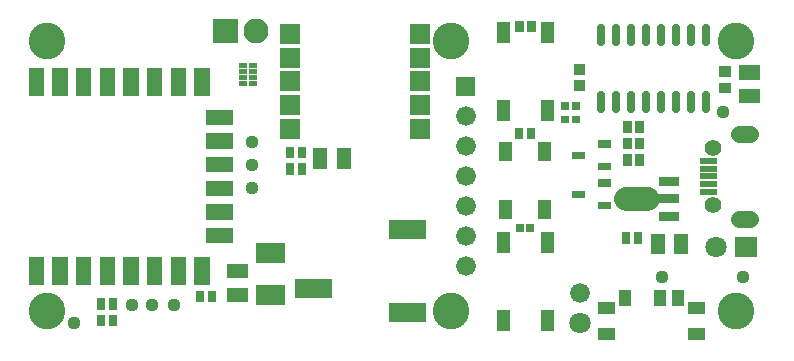
<source format=gts>
G04 Layer: TopSolderMaskLayer*
G04 EasyEDA v6.5.5, 2022-06-30 21:59:10*
G04 844943e940ba41f192d5fd3784e3f5d8,9c416354eb984020824aaf9c885bead6,10*
G04 Gerber Generator version 0.2*
G04 Scale: 100 percent, Rotated: No, Reflected: No *
G04 Dimensions in inches *
G04 leading zeros omitted , absolute positions ,3 integer and 6 decimal *
%FSLAX36Y36*%
%MOIN*%

%ADD52C,0.0260*%
%ADD53C,0.0552*%
%ADD60C,0.0660*%
%ADD61C,0.0709*%
%ADD66C,0.0828*%
%ADD77C,0.0640*%
%ADD78C,0.1221*%
%ADD80C,0.0440*%

%LPD*%
D52*
X1950000Y270237D02*
G01*
X1950000Y223582D01*
X2000000Y270237D02*
G01*
X2000000Y223582D01*
X2050000Y270237D02*
G01*
X2050000Y223582D01*
X2100000Y270237D02*
G01*
X2100000Y223582D01*
X2150000Y270237D02*
G01*
X2150000Y223582D01*
X2200000Y270237D02*
G01*
X2200000Y223582D01*
X2250000Y270237D02*
G01*
X2250000Y223582D01*
X2300000Y270237D02*
G01*
X2300000Y223582D01*
X1950000Y496417D02*
G01*
X1950000Y449762D01*
X2000000Y496417D02*
G01*
X2000000Y449762D01*
X2050000Y496417D02*
G01*
X2050000Y449762D01*
X2100000Y496417D02*
G01*
X2100000Y449762D01*
X2150000Y496417D02*
G01*
X2150000Y449762D01*
X2200000Y496417D02*
G01*
X2200000Y449762D01*
X2250000Y496417D02*
G01*
X2250000Y449762D01*
X2300000Y496417D02*
G01*
X2300000Y449762D01*
D53*
X2412173Y141729D02*
G01*
X2447606Y141729D01*
X2412173Y-141729D02*
G01*
X2447606Y-141729D01*
G36*
X1246400Y-484299D02*
G01*
X1246400Y-421300D01*
X1368500Y-421300D01*
X1368500Y-484299D01*
G37*
G36*
X931499Y-405599D02*
G01*
X931499Y-342500D01*
X1053599Y-342500D01*
X1053599Y-405599D01*
G37*
G36*
X1246400Y-208699D02*
G01*
X1246400Y-145700D01*
X1368500Y-145700D01*
X1368500Y-208699D01*
G37*
G36*
X601500Y-419800D02*
G01*
X601500Y-380300D01*
X629200Y-380300D01*
X629200Y-419800D01*
G37*
G36*
X640799Y-419800D02*
G01*
X640799Y-380300D01*
X668499Y-380300D01*
X668499Y-419800D01*
G37*
G36*
X1666499Y480199D02*
G01*
X1666499Y519699D01*
X1694200Y519699D01*
X1694200Y480199D01*
G37*
G36*
X1705799Y480199D02*
G01*
X1705799Y519699D01*
X1733500Y519699D01*
X1733500Y480199D01*
G37*
G36*
X901499Y5199D02*
G01*
X901499Y44699D01*
X929200Y44699D01*
X929200Y5199D01*
G37*
G36*
X940799Y5199D02*
G01*
X940799Y44699D01*
X968500Y44699D01*
X968500Y5199D01*
G37*
G36*
X2021499Y-224800D02*
G01*
X2021499Y-185300D01*
X2049200Y-185300D01*
X2049200Y-224800D01*
G37*
G36*
X2060799Y-224800D02*
G01*
X2060799Y-185300D01*
X2088500Y-185300D01*
X2088500Y-224800D01*
G37*
G36*
X2026499Y35199D02*
G01*
X2026499Y74699D01*
X2054200Y74699D01*
X2054200Y35199D01*
G37*
G36*
X2065799Y35199D02*
G01*
X2065799Y74699D01*
X2093500Y74699D01*
X2093500Y35199D01*
G37*
G36*
X705500Y-339299D02*
G01*
X705500Y-291900D01*
X774499Y-291900D01*
X774499Y-339299D01*
G37*
G36*
X705500Y-418099D02*
G01*
X705500Y-370700D01*
X774499Y-370700D01*
X774499Y-418099D01*
G37*
G36*
X1070699Y25500D02*
G01*
X1070699Y94499D01*
X1118100Y94499D01*
X1118100Y25500D01*
G37*
G36*
X991899Y25500D02*
G01*
X991899Y94499D01*
X1039300Y94499D01*
X1039300Y25500D01*
G37*
G36*
X2195699Y-259499D02*
G01*
X2195699Y-190500D01*
X2243100Y-190500D01*
X2243100Y-259499D01*
G37*
G36*
X2116899Y-259499D02*
G01*
X2116899Y-190500D01*
X2164300Y-190500D01*
X2164300Y-259499D01*
G37*
G36*
X2411499Y243899D02*
G01*
X2411499Y291300D01*
X2480500Y291300D01*
X2480500Y243899D01*
G37*
G36*
X2411499Y322699D02*
G01*
X2411499Y370100D01*
X2480500Y370100D01*
X2480500Y322699D01*
G37*
G36*
X801199Y-287600D02*
G01*
X801199Y-220300D01*
X898800Y-220300D01*
X898800Y-287600D01*
G37*
G36*
X801199Y-429699D02*
G01*
X801199Y-362399D01*
X898800Y-362399D01*
X898800Y-429699D01*
G37*
G36*
X1860299Y339800D02*
G01*
X1860299Y375300D01*
X1899700Y375300D01*
X1899700Y339800D01*
G37*
G36*
X1860299Y284699D02*
G01*
X1860299Y320199D01*
X1899700Y320199D01*
X1899700Y284699D01*
G37*
G36*
X2344300Y331799D02*
G01*
X2344300Y367300D01*
X2383699Y367300D01*
X2383699Y331799D01*
G37*
G36*
X2344300Y276700D02*
G01*
X2344300Y312199D01*
X2383699Y312199D01*
X2383699Y276700D01*
G37*
G36*
X1665500Y123299D02*
G01*
X1665500Y162699D01*
X1693199Y162699D01*
X1693199Y123299D01*
G37*
G36*
X1704799Y123299D02*
G01*
X1704799Y162699D01*
X1732500Y162699D01*
X1732500Y123299D01*
G37*
G36*
X2026499Y145300D02*
G01*
X2026499Y184699D01*
X2054200Y184699D01*
X2054200Y145300D01*
G37*
G36*
X2065799Y145300D02*
G01*
X2065799Y184699D01*
X2093500Y184699D01*
X2093500Y145300D01*
G37*
G36*
X271500Y-499699D02*
G01*
X271500Y-460300D01*
X299200Y-460300D01*
X299200Y-499699D01*
G37*
G36*
X310799Y-499699D02*
G01*
X310799Y-460300D01*
X338499Y-460300D01*
X338499Y-499699D01*
G37*
G36*
X271500Y-444699D02*
G01*
X271500Y-405300D01*
X299200Y-405300D01*
X299200Y-444699D01*
G37*
G36*
X310799Y-444699D02*
G01*
X310799Y-405300D01*
X338499Y-405300D01*
X338499Y-444699D01*
G37*
D60*
G01*
X1880000Y-390000D03*
D61*
G01*
X1880000Y-490000D03*
D60*
G01*
X1500000Y-200000D03*
G01*
X1500000Y-100000D03*
G01*
X1500000Y0D03*
G01*
X1500000Y100000D03*
G01*
X1500000Y200000D03*
G36*
X1466999Y266999D02*
G01*
X1466999Y333000D01*
X1533000Y333000D01*
X1533000Y266999D01*
G37*
G01*
X1500000Y-300000D03*
G36*
X44299Y269699D02*
G01*
X44299Y360199D01*
X95500Y360199D01*
X95500Y269699D01*
G37*
G36*
X123000Y269699D02*
G01*
X123000Y360199D01*
X174200Y360199D01*
X174200Y269699D01*
G37*
G36*
X201799Y269699D02*
G01*
X201799Y360199D01*
X253000Y360199D01*
X253000Y269699D01*
G37*
G36*
X280500Y269699D02*
G01*
X280500Y360199D01*
X331700Y360199D01*
X331700Y269699D01*
G37*
G36*
X359200Y269699D02*
G01*
X359200Y360199D01*
X410399Y360199D01*
X410399Y269699D01*
G37*
G36*
X438000Y269699D02*
G01*
X438000Y360199D01*
X489200Y360199D01*
X489200Y269699D01*
G37*
G36*
X516700Y269699D02*
G01*
X516700Y360199D01*
X567899Y360199D01*
X567899Y269699D01*
G37*
G36*
X595500Y269699D02*
G01*
X595500Y360199D01*
X646700Y360199D01*
X646700Y269699D01*
G37*
G36*
X634800Y171300D02*
G01*
X634800Y222399D01*
X725399Y222399D01*
X725399Y171300D01*
G37*
G36*
X634800Y92500D02*
G01*
X634800Y143699D01*
X725399Y143699D01*
X725399Y92500D01*
G37*
G36*
X634800Y13800D02*
G01*
X634800Y65000D01*
X725399Y65000D01*
X725399Y13800D01*
G37*
G36*
X634800Y-65000D02*
G01*
X634800Y-13800D01*
X725399Y-13800D01*
X725399Y-65000D01*
G37*
G36*
X634800Y-143699D02*
G01*
X634800Y-92500D01*
X725399Y-92500D01*
X725399Y-143699D01*
G37*
G36*
X634800Y-222399D02*
G01*
X634800Y-171300D01*
X725399Y-171300D01*
X725399Y-222399D01*
G37*
G36*
X595500Y-360199D02*
G01*
X595500Y-269699D01*
X646700Y-269699D01*
X646700Y-360199D01*
G37*
G36*
X516700Y-360199D02*
G01*
X516700Y-269699D01*
X567899Y-269699D01*
X567899Y-360199D01*
G37*
G36*
X438000Y-360199D02*
G01*
X438000Y-269699D01*
X489200Y-269699D01*
X489200Y-360199D01*
G37*
G36*
X359200Y-360199D02*
G01*
X359200Y-269699D01*
X410399Y-269699D01*
X410399Y-360199D01*
G37*
G36*
X280500Y-360199D02*
G01*
X280500Y-269699D01*
X331700Y-269699D01*
X331700Y-360199D01*
G37*
G36*
X201799Y-360199D02*
G01*
X201799Y-269699D01*
X253000Y-269699D01*
X253000Y-360199D01*
G37*
G36*
X123000Y-360199D02*
G01*
X123000Y-269699D01*
X174200Y-269699D01*
X174200Y-360199D01*
G37*
G36*
X44299Y-360199D02*
G01*
X44299Y-269699D01*
X95500Y-269699D01*
X95500Y-360199D01*
G37*
G36*
X658600Y443600D02*
G01*
X658600Y526399D01*
X741399Y526399D01*
X741399Y443600D01*
G37*
D66*
G01*
X800000Y485000D03*
G36*
X1940900Y20100D02*
G01*
X1940900Y45100D01*
X1985799Y45100D01*
X1985799Y20100D01*
G37*
G36*
X1940900Y94899D02*
G01*
X1940900Y119899D01*
X1985799Y119899D01*
X1985799Y94899D01*
G37*
G36*
X1854200Y57500D02*
G01*
X1854200Y82500D01*
X1899099Y82500D01*
X1899099Y57500D01*
G37*
G36*
X1940900Y-109899D02*
G01*
X1940900Y-84899D01*
X1985799Y-84899D01*
X1985799Y-109899D01*
G37*
G36*
X1940900Y-35100D02*
G01*
X1940900Y-10100D01*
X1985799Y-10100D01*
X1985799Y-35100D01*
G37*
G36*
X1854200Y-72500D02*
G01*
X1854200Y-47500D01*
X1899099Y-47500D01*
X1899099Y-72500D01*
G37*
G36*
X1819799Y177399D02*
G01*
X1819799Y202600D01*
X1846099Y202600D01*
X1846099Y177399D01*
G37*
G36*
X1853900Y177399D02*
G01*
X1853900Y202600D01*
X1880200Y202600D01*
X1880200Y177399D01*
G37*
G36*
X1819799Y222399D02*
G01*
X1819799Y247600D01*
X1846099Y247600D01*
X1846099Y222399D01*
G37*
G36*
X1853900Y222399D02*
G01*
X1853900Y247600D01*
X1880200Y247600D01*
X1880200Y222399D01*
G37*
G36*
X1668400Y-185199D02*
G01*
X1668400Y-159899D01*
X1694600Y-159899D01*
X1694600Y-185199D01*
G37*
G36*
X1702399Y-185199D02*
G01*
X1702399Y-159899D01*
X1728699Y-159899D01*
X1728699Y-185199D01*
G37*
G36*
X2012100Y-432199D02*
G01*
X2012100Y-376999D01*
X2051499Y-376999D01*
X2051499Y-432199D01*
G37*
G36*
X2129799Y-432199D02*
G01*
X2129799Y-376999D01*
X2169200Y-376999D01*
X2169200Y-432199D01*
G37*
G36*
X2188900Y-432199D02*
G01*
X2188900Y-376999D01*
X2228299Y-376999D01*
X2228299Y-432199D01*
G37*
G36*
X2241999Y-545100D02*
G01*
X2241999Y-505700D01*
X2297200Y-505700D01*
X2297200Y-545100D01*
G37*
G36*
X2241999Y-458499D02*
G01*
X2241999Y-419099D01*
X2297200Y-419099D01*
X2297200Y-458499D01*
G37*
G36*
X1942799Y-545100D02*
G01*
X1942799Y-505700D01*
X1998000Y-505700D01*
X1998000Y-545100D01*
G37*
G36*
X1942799Y-458499D02*
G01*
X1942799Y-419099D01*
X1998000Y-419099D01*
X1998000Y-458499D01*
G37*
G36*
X1751099Y444499D02*
G01*
X1751099Y515399D01*
X1794499Y515399D01*
X1794499Y444499D01*
G37*
G36*
X1751199Y184600D02*
G01*
X1751199Y255500D01*
X1794499Y255500D01*
X1794499Y184600D01*
G37*
G36*
X1605500Y444499D02*
G01*
X1605500Y515399D01*
X1648800Y515399D01*
X1648800Y444499D01*
G37*
G36*
X1605500Y184600D02*
G01*
X1605500Y255500D01*
X1648800Y255500D01*
X1648800Y184600D01*
G37*
G36*
X1605500Y-515399D02*
G01*
X1605500Y-444499D01*
X1648900Y-444499D01*
X1648900Y-515399D01*
G37*
G36*
X1605500Y-255500D02*
G01*
X1605500Y-184600D01*
X1648800Y-184600D01*
X1648800Y-255500D01*
G37*
G36*
X1751199Y-515399D02*
G01*
X1751199Y-444499D01*
X1794499Y-444499D01*
X1794499Y-515399D01*
G37*
G36*
X1751199Y-255500D02*
G01*
X1751199Y-184600D01*
X1794499Y-184600D01*
X1794499Y-255500D01*
G37*
G36*
X2033299Y-114000D02*
G01*
X2031400Y-113899D01*
X2027799Y-113299D01*
X2024200Y-112500D01*
X2022399Y-111900D01*
X2020699Y-111300D01*
X2018999Y-110599D01*
X2017299Y-109800D01*
X2014099Y-108000D01*
X2009600Y-104699D01*
X2008299Y-103499D01*
X2006899Y-102199D01*
X2004499Y-99400D01*
X2002299Y-96399D01*
X2001300Y-94899D01*
X2000399Y-93299D01*
X1998800Y-89899D01*
X1998100Y-88200D01*
X1997600Y-86500D01*
X1996999Y-84699D01*
X1996599Y-82899D01*
X1996000Y-79299D01*
X1995799Y-77399D01*
X1995699Y-75599D01*
X1995699Y-73699D01*
X1995799Y-71900D01*
X1996000Y-70000D01*
X1996599Y-66399D01*
X1996999Y-64600D01*
X1997600Y-62800D01*
X1998100Y-61100D01*
X1998800Y-59400D01*
X2000399Y-55999D01*
X2001300Y-54400D01*
X2002299Y-52899D01*
X2004499Y-49899D01*
X2006899Y-47100D01*
X2008299Y-45900D01*
X2009600Y-44600D01*
X2012600Y-42399D01*
X2014099Y-41399D01*
X2015699Y-40399D01*
X2017299Y-39499D01*
X2018999Y-38699D01*
X2020699Y-38000D01*
X2022399Y-37399D01*
X2024200Y-36799D01*
X2027799Y-35999D01*
X2029600Y-35700D01*
X2031400Y-35500D01*
X2033299Y-35300D01*
X2110000Y-35300D01*
X2113599Y-35700D01*
X2115500Y-35999D01*
X2117299Y-36399D01*
X2118999Y-36799D01*
X2120799Y-37399D01*
X2122500Y-38000D01*
X2124200Y-38699D01*
X2125900Y-39499D01*
X2127500Y-40399D01*
X2129099Y-41399D01*
X2130600Y-42399D01*
X2133599Y-44600D01*
X2135000Y-45900D01*
X2136300Y-47100D01*
X2138699Y-49899D01*
X2139899Y-51399D01*
X2141899Y-54400D01*
X2142799Y-55999D01*
X2143699Y-57899D01*
X2144099Y-59699D01*
X2211400Y-59699D01*
X2211400Y-89600D01*
X2144099Y-89600D01*
X2143699Y-91399D01*
X2142799Y-93299D01*
X2141899Y-94899D01*
X2139899Y-97899D01*
X2138699Y-99400D01*
X2136300Y-102199D01*
X2135000Y-103499D01*
X2133599Y-104699D01*
X2129099Y-108000D01*
X2125900Y-109800D01*
X2124200Y-110599D01*
X2122500Y-111300D01*
X2120799Y-111900D01*
X2118999Y-112500D01*
X2117299Y-112899D01*
X2115500Y-113299D01*
X2113599Y-113600D01*
X2111800Y-113899D01*
X2110000Y-114000D01*
G37*
G36*
X2145399Y-31199D02*
G01*
X2145399Y-700D01*
X2211400Y-700D01*
X2211400Y-31199D01*
G37*
G36*
X2145399Y-149299D02*
G01*
X2145399Y-118800D01*
X2211400Y-118800D01*
X2211400Y-149299D01*
G37*
G36*
X2280500Y41300D02*
G01*
X2280500Y61100D01*
X2339700Y61100D01*
X2339700Y41300D01*
G37*
G36*
X2280500Y15700D02*
G01*
X2280500Y35500D01*
X2339700Y35500D01*
X2339700Y15700D01*
G37*
G36*
X2280500Y-9899D02*
G01*
X2280500Y9899D01*
X2339700Y9899D01*
X2339700Y-9899D01*
G37*
G36*
X2280500Y-35500D02*
G01*
X2280500Y-15700D01*
X2339700Y-15700D01*
X2339700Y-35500D01*
G37*
G36*
X2280500Y-61100D02*
G01*
X2280500Y-41300D01*
X2339700Y-41300D01*
X2339700Y-61100D01*
G37*
D53*
G01*
X2324769Y-95470D03*
G01*
X2324769Y95470D03*
G36*
X1611899Y-140500D02*
G01*
X1611899Y-77500D01*
X1655200Y-77500D01*
X1655200Y-140500D01*
G37*
G36*
X1741899Y-140500D02*
G01*
X1741899Y-77500D01*
X1785200Y-77500D01*
X1785200Y-140500D01*
G37*
G36*
X1741899Y52399D02*
G01*
X1741899Y115500D01*
X1785200Y115500D01*
X1785200Y52399D01*
G37*
G36*
X1611899Y52399D02*
G01*
X1611899Y115500D01*
X1655200Y115500D01*
X1655200Y52399D01*
G37*
G36*
X2026499Y90300D02*
G01*
X2026499Y129699D01*
X2054200Y129699D01*
X2054200Y90300D01*
G37*
G36*
X2065799Y90300D02*
G01*
X2065799Y129699D01*
X2093500Y129699D01*
X2093500Y90300D01*
G37*
G36*
X746199Y302600D02*
G01*
X746199Y318400D01*
X770100Y318400D01*
X770100Y302600D01*
G37*
G36*
X746199Y322300D02*
G01*
X746199Y338099D01*
X770100Y338099D01*
X770100Y322300D01*
G37*
G36*
X746199Y341900D02*
G01*
X746199Y357699D01*
X770100Y357699D01*
X770100Y341900D01*
G37*
G36*
X746199Y361599D02*
G01*
X746199Y377399D01*
X770100Y377399D01*
X770100Y361599D01*
G37*
G36*
X779899Y302600D02*
G01*
X779899Y318400D01*
X803800Y318400D01*
X803800Y302600D01*
G37*
G36*
X779899Y322300D02*
G01*
X779899Y338099D01*
X803800Y338099D01*
X803800Y322300D01*
G37*
G36*
X779899Y341900D02*
G01*
X779899Y357699D01*
X803800Y357699D01*
X803800Y341900D01*
G37*
G36*
X779899Y361599D02*
G01*
X779899Y377399D01*
X803800Y377399D01*
X803800Y361599D01*
G37*
G36*
X1468000Y268000D02*
G01*
X1468000Y331999D01*
X1531999Y331999D01*
X1531999Y268000D01*
G37*
D77*
G01*
X1500000Y200000D03*
G01*
X1500000Y100000D03*
G01*
X1500000Y0D03*
G01*
X1500000Y-100000D03*
G01*
X1500000Y-200000D03*
G01*
X1500000Y-300000D03*
D78*
G01*
X1451570Y450000D03*
G01*
X1451570Y-450000D03*
G01*
X104329Y450000D03*
G01*
X104329Y-450000D03*
G36*
X2399499Y-268000D02*
G01*
X2399499Y-201999D01*
X2470500Y-201999D01*
X2470500Y-268000D01*
G37*
D61*
G01*
X2335000Y-235000D03*
G36*
X901499Y60199D02*
G01*
X901499Y99699D01*
X929200Y99699D01*
X929200Y60199D01*
G37*
G36*
X940799Y60199D02*
G01*
X940799Y99699D01*
X968500Y99699D01*
X968500Y60199D01*
G37*
D80*
G01*
X2358000Y214000D03*
G01*
X2156000Y-335999D03*
G01*
X2426000Y-334000D03*
G01*
X788000Y115999D03*
G01*
X788000Y-38000D03*
G01*
X788000Y38000D03*
G01*
X455999Y-428000D03*
G01*
X528000Y-428000D03*
G01*
X388000Y-428000D03*
G01*
X194000Y-490000D03*
G36*
X882299Y440700D02*
G01*
X882299Y507699D01*
X949300Y507699D01*
X949300Y440700D01*
G37*
G36*
X882299Y361999D02*
G01*
X882299Y429000D01*
X949300Y429000D01*
X949300Y361999D01*
G37*
G36*
X882299Y283200D02*
G01*
X882299Y350199D01*
X949300Y350199D01*
X949300Y283200D01*
G37*
G36*
X882299Y204499D02*
G01*
X882299Y271500D01*
X949300Y271500D01*
X949300Y204499D01*
G37*
G36*
X882299Y125799D02*
G01*
X882299Y192800D01*
X949300Y192800D01*
X949300Y125799D01*
G37*
G36*
X1315399Y125799D02*
G01*
X1315399Y192800D01*
X1382399Y192800D01*
X1382399Y125799D01*
G37*
G36*
X1315399Y204499D02*
G01*
X1315399Y271500D01*
X1382399Y271500D01*
X1382399Y204499D01*
G37*
G36*
X1315399Y283200D02*
G01*
X1315399Y350199D01*
X1382399Y350199D01*
X1382399Y283200D01*
G37*
G36*
X1315399Y361999D02*
G01*
X1315399Y429000D01*
X1382399Y429000D01*
X1382399Y361999D01*
G37*
G36*
X1315399Y440700D02*
G01*
X1315399Y507699D01*
X1382399Y507699D01*
X1382399Y440700D01*
G37*
D78*
G01*
X2400000Y450000D03*
G01*
X2400000Y-450000D03*
M02*

</source>
